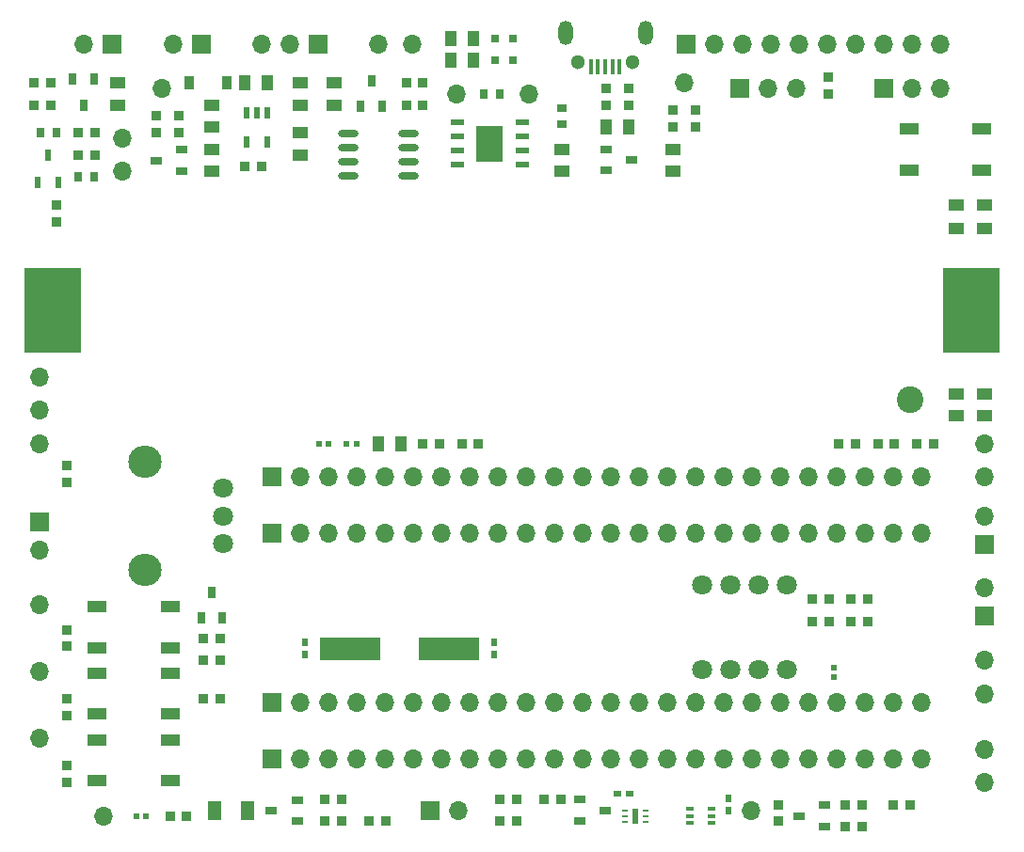
<source format=gbr>
%TF.GenerationSoftware,KiCad,Pcbnew,7.0.1-3b83917a11~172~ubuntu22.04.1*%
%TF.CreationDate,2023-04-04T04:15:17+02:00*%
%TF.ProjectId,EEE3088F_CKR,45454533-3038-4384-965f-434b522e6b69,0.2*%
%TF.SameCoordinates,Original*%
%TF.FileFunction,Soldermask,Top*%
%TF.FilePolarity,Negative*%
%FSLAX46Y46*%
G04 Gerber Fmt 4.6, Leading zero omitted, Abs format (unit mm)*
G04 Created by KiCad (PCBNEW 7.0.1-3b83917a11~172~ubuntu22.04.1) date 2023-04-04 04:15:17*
%MOMM*%
%LPD*%
G01*
G04 APERTURE LIST*
%ADD10R,1.700000X1.700000*%
%ADD11O,1.700000X1.700000*%
%ADD12R,0.540005X0.565659*%
%ADD13R,0.806477X0.864008*%
%ADD14R,1.377013X1.132537*%
%ADD15R,1.132537X1.377013*%
%ADD16R,1.399543X1.000000*%
%ADD17R,0.565659X0.540005*%
%ADD18R,0.950013X1.150013*%
%ADD19C,1.800000*%
%ADD20O,3.000000X2.900000*%
%ADD21R,0.780010X0.350013*%
%ADD22R,0.864008X0.806477*%
%ADD23R,0.800000X0.800000*%
%ADD24R,1.700000X1.000000*%
%ADD25R,1.200000X0.600000*%
%ADD26R,2.400000X3.300000*%
%ADD27R,0.800000X1.000000*%
%ADD28R,0.584989X0.280010*%
%ADD29R,0.559995X1.370003*%
%ADD30R,0.800000X0.900000*%
%ADD31R,0.540005X0.790094*%
%ADD32R,1.000000X0.800000*%
%ADD33R,1.207518X1.701016*%
%ADD34R,5.500000X2.000000*%
%ADD35C,2.400000*%
%ADD36R,5.080010X7.620015*%
%ADD37R,0.400000X1.400000*%
%ADD38C,1.300000*%
%ADD39O,1.300000X2.200000*%
%ADD40R,0.900000X0.800000*%
%ADD41R,0.790094X0.540005*%
%ADD42R,0.600000X1.000000*%
%ADD43O,1.864999X0.629997*%
%ADD44R,0.600000X1.070003*%
G04 APERTURE END LIST*
D10*
%TO.C,J3*%
X128440000Y-86820000D03*
D11*
X130980000Y-86820000D03*
X133520000Y-86820000D03*
X136060000Y-86820000D03*
X138600000Y-86820000D03*
X141140000Y-86820000D03*
X143680000Y-86820000D03*
X146220000Y-86820000D03*
X148760000Y-86820000D03*
X151300000Y-86820000D03*
X153840000Y-86820000D03*
X156380000Y-86820000D03*
X158920000Y-86820000D03*
X161460000Y-86820000D03*
X164000000Y-86820000D03*
X166540000Y-86820000D03*
X169080000Y-86820000D03*
X171620000Y-86820000D03*
X174160000Y-86820000D03*
X176700000Y-86820000D03*
X179240000Y-86820000D03*
X181780000Y-86820000D03*
X184320000Y-86820000D03*
X186860000Y-86820000D03*
X186860000Y-71580000D03*
X184320000Y-71580000D03*
X181780000Y-71580000D03*
X179240000Y-71580000D03*
X176700000Y-71580000D03*
X174160000Y-71580000D03*
X171620000Y-71580000D03*
X169080000Y-71580000D03*
X166540000Y-71580000D03*
X164000000Y-71580000D03*
X161460000Y-71580000D03*
X158920000Y-71580000D03*
X156380000Y-71580000D03*
X153840000Y-71580000D03*
X151300000Y-71580000D03*
X148760000Y-71580000D03*
X146220000Y-71580000D03*
X143680000Y-71580000D03*
X141140000Y-71580000D03*
X138600000Y-71580000D03*
X136060000Y-71580000D03*
X133520000Y-71580000D03*
X130980000Y-71580000D03*
D10*
X128440000Y-71580000D03*
%TD*%
D12*
%TO.C,R52*%
X179000000Y-84500000D03*
X179000000Y-83634366D03*
%TD*%
D13*
%TO.C,R31*%
X150420000Y-97500000D03*
X148913268Y-97500000D03*
%TD*%
%TO.C,R45*%
X122246634Y-86500000D03*
X123753366Y-86500000D03*
%TD*%
D11*
%TO.C,TP5*%
X118500000Y-31500000D03*
%TD*%
D14*
%TO.C,R39*%
X192500000Y-61000000D03*
X192500000Y-59000000D03*
%TD*%
%TO.C,R6*%
X131000000Y-33000000D03*
X131000000Y-31000000D03*
%TD*%
D11*
%TO.C,TP14*%
X107500000Y-84000000D03*
%TD*%
D13*
%TO.C,R40*%
X182006732Y-79500000D03*
X180500000Y-79500000D03*
%TD*%
D11*
%TO.C,TP13*%
X107500000Y-78000000D03*
%TD*%
D15*
%TO.C,R11*%
X144500000Y-27000000D03*
X146500000Y-27000000D03*
%TD*%
D16*
%TO.C,D5*%
X192500000Y-42000000D03*
X192500000Y-44100584D03*
%TD*%
D11*
%TO.C,TP15*%
X107500000Y-90000000D03*
%TD*%
D17*
%TO.C,R50*%
X136000000Y-63500000D03*
X135134366Y-63500000D03*
%TD*%
D14*
%TO.C,R59*%
X164500000Y-39000000D03*
X164500000Y-37000000D03*
%TD*%
D13*
%TO.C,R18*%
X110993268Y-35500000D03*
X112500000Y-35500000D03*
%TD*%
D11*
%TO.C,TP21*%
X138000000Y-27500000D03*
%TD*%
D13*
%TO.C,R48*%
X154420000Y-95500000D03*
X152913268Y-95500000D03*
%TD*%
D11*
%TO.C,TP7*%
X192500000Y-94000000D03*
%TD*%
D10*
%TO.C,J1*%
X114040000Y-27500000D03*
D11*
X111500000Y-27500000D03*
%TD*%
D18*
%TO.C,D1*%
X121000000Y-31000000D03*
X124384810Y-31000000D03*
%TD*%
D19*
%TO.C,RV1*%
X124000000Y-72500127D03*
X124000000Y-70000000D03*
X124000000Y-67500127D03*
D20*
X117000000Y-74899924D03*
X117000000Y-65100076D03*
%TD*%
D11*
%TO.C,TP1*%
X151500000Y-32000000D03*
%TD*%
D13*
%TO.C,R27*%
X133166634Y-95500000D03*
X134673366Y-95500000D03*
%TD*%
D21*
%TO.C,U6*%
X168000000Y-97649987D03*
X168000000Y-97000000D03*
X168000000Y-96350013D03*
X166020016Y-96350013D03*
X166020016Y-97000000D03*
X166020016Y-97649987D03*
%TD*%
D22*
%TO.C,R37*%
X110000000Y-94000000D03*
X110000000Y-92493268D03*
%TD*%
D10*
%TO.C,JP4*%
X192500000Y-72540000D03*
D11*
X192500000Y-70000000D03*
%TD*%
D13*
%TO.C,R46*%
X137166634Y-97500000D03*
X138673366Y-97500000D03*
%TD*%
%TO.C,R32*%
X185849987Y-96000000D03*
X184343255Y-96000000D03*
%TD*%
D23*
%TO.C,D2*%
X148500000Y-29000000D03*
X150098934Y-28993142D03*
%TD*%
D22*
%TO.C,R2*%
X158500000Y-33000000D03*
X158500000Y-31493268D03*
%TD*%
D24*
%TO.C,SW1*%
X192299975Y-38850191D03*
X185700025Y-38850216D03*
X192299975Y-35149784D03*
X185700025Y-35149809D03*
%TD*%
D25*
%TO.C,U2*%
X150908306Y-38405004D03*
X150908306Y-37135001D03*
X150908306Y-35864999D03*
X150908306Y-34594996D03*
X145091694Y-34594996D03*
X145091694Y-35864999D03*
X145091694Y-37135001D03*
X145091694Y-38405004D03*
D26*
X148000000Y-36500000D03*
%TD*%
D13*
%TO.C,R16*%
X108506732Y-31000000D03*
X107000000Y-31000000D03*
%TD*%
D11*
%TO.C,TP20*%
X192500000Y-83000000D03*
%TD*%
D13*
%TO.C,R56*%
X177000000Y-77500000D03*
X178506732Y-77500000D03*
%TD*%
D10*
%TO.C,JP3*%
X192500000Y-79040000D03*
D11*
X192500000Y-76500000D03*
%TD*%
D13*
%TO.C,R30*%
X179993268Y-96000000D03*
X181500000Y-96000000D03*
%TD*%
%TO.C,R55*%
X179413268Y-63500000D03*
X180920000Y-63500000D03*
%TD*%
%TO.C,R53*%
X145493268Y-63500000D03*
X147000000Y-63500000D03*
%TD*%
%TO.C,R43*%
X119246634Y-97000000D03*
X120753366Y-97000000D03*
%TD*%
D27*
%TO.C,Q4*%
X136406706Y-33149962D03*
X138306732Y-33149962D03*
X137356770Y-30849936D03*
%TD*%
D13*
%TO.C,R41*%
X182006732Y-77500000D03*
X180500000Y-77500000D03*
%TD*%
D22*
%TO.C,R1*%
X160500000Y-33006732D03*
X160500000Y-31500000D03*
%TD*%
D15*
%TO.C,R9*%
X146500000Y-29000000D03*
X144500000Y-29000000D03*
%TD*%
D13*
%TO.C,R34*%
X186413268Y-63500000D03*
X187920000Y-63500000D03*
%TD*%
D11*
%TO.C,TP8*%
X192500000Y-91000000D03*
%TD*%
D13*
%TO.C,R13*%
X126000000Y-38500000D03*
X127506732Y-38500000D03*
%TD*%
D11*
%TO.C,TP6*%
X107500000Y-63500000D03*
%TD*%
D14*
%TO.C,R5*%
X123000000Y-35000000D03*
X123000000Y-33000000D03*
%TD*%
D13*
%TO.C,R24*%
X123753366Y-81000000D03*
X122246634Y-81000000D03*
%TD*%
%TO.C,R19*%
X110993268Y-37500000D03*
X112500000Y-37500000D03*
%TD*%
D27*
%TO.C,Q5*%
X122049987Y-79150013D03*
X123950013Y-79150013D03*
X123000051Y-76849987D03*
%TD*%
D28*
%TO.C,U5*%
X160202524Y-96549936D03*
X160202524Y-97049809D03*
X160202524Y-97549936D03*
X162037424Y-97549936D03*
X162037424Y-97049809D03*
X162037424Y-96549936D03*
D29*
X161119974Y-97049809D03*
%TD*%
D24*
%TO.C,SW4*%
X119299975Y-93850191D03*
X112700025Y-93850216D03*
X119299975Y-90149784D03*
X112700025Y-90149809D03*
%TD*%
D13*
%TO.C,R54*%
X141993268Y-63500000D03*
X143500000Y-63500000D03*
%TD*%
D17*
%TO.C,TH1*%
X116253366Y-97000000D03*
X117119000Y-97000000D03*
%TD*%
D30*
%TO.C,C2*%
X147500000Y-32000000D03*
X148900050Y-32000000D03*
%TD*%
D11*
%TO.C,TP10*%
X171500000Y-96500000D03*
%TD*%
D22*
%TO.C,R58*%
X178500000Y-30493268D03*
X178500000Y-32000000D03*
%TD*%
D17*
%TO.C,R51*%
X132634366Y-63500000D03*
X133500000Y-63500000D03*
%TD*%
D22*
%TO.C,R4*%
X120000000Y-35506732D03*
X120000000Y-34000000D03*
%TD*%
D31*
%TO.C,C8*%
X131420000Y-81409830D03*
X131420000Y-82500000D03*
%TD*%
D11*
%TO.C,TP4*%
X115000000Y-39000000D03*
%TD*%
D15*
%TO.C,R8*%
X126000000Y-31000000D03*
X128000000Y-31000000D03*
%TD*%
D22*
%TO.C,R60*%
X164500000Y-35000000D03*
X164500000Y-33493268D03*
%TD*%
D32*
%TO.C,Q1*%
X158500000Y-37000000D03*
X158500000Y-38900026D03*
X160800026Y-37950064D03*
%TD*%
D33*
%TO.C,R28*%
X123295784Y-96500000D03*
X126253366Y-96500000D03*
%TD*%
D10*
%TO.C,JP2*%
X107500000Y-70500000D03*
D11*
X107500000Y-73040000D03*
%TD*%
D13*
%TO.C,R47*%
X180000000Y-98000000D03*
X181506732Y-98000000D03*
%TD*%
D22*
%TO.C,R36*%
X110000000Y-88000000D03*
X110000000Y-86493268D03*
%TD*%
D10*
%TO.C,J5*%
X132580000Y-27500000D03*
D11*
X130040000Y-27500000D03*
X127500000Y-27500000D03*
%TD*%
D13*
%TO.C,R25*%
X133166634Y-97500000D03*
X134673366Y-97500000D03*
%TD*%
D10*
%TO.C,JP6*%
X183420000Y-31500000D03*
D11*
X185960000Y-31500000D03*
X188500000Y-31500000D03*
%TD*%
D10*
%TO.C,J4*%
X128440000Y-91900000D03*
D11*
X130980000Y-91900000D03*
X133520000Y-91900000D03*
X136060000Y-91900000D03*
X138600000Y-91900000D03*
X141140000Y-91900000D03*
X143680000Y-91900000D03*
X146220000Y-91900000D03*
X148760000Y-91900000D03*
X151300000Y-91900000D03*
X153840000Y-91900000D03*
X156380000Y-91900000D03*
X158920000Y-91900000D03*
X161460000Y-91900000D03*
X164000000Y-91900000D03*
X166540000Y-91900000D03*
X169080000Y-91900000D03*
X171620000Y-91900000D03*
X174160000Y-91900000D03*
X176700000Y-91900000D03*
X179240000Y-91900000D03*
X181780000Y-91900000D03*
X184320000Y-91900000D03*
X186860000Y-91900000D03*
X186860000Y-66500000D03*
X184320000Y-66500000D03*
X181780000Y-66500000D03*
X179240000Y-66500000D03*
X176700000Y-66500000D03*
X174160000Y-66500000D03*
X171620000Y-66500000D03*
X169080000Y-66500000D03*
X166540000Y-66500000D03*
X164000000Y-66500000D03*
X161460000Y-66500000D03*
X158920000Y-66500000D03*
X156380000Y-66500000D03*
X153840000Y-66500000D03*
X151300000Y-66500000D03*
X148760000Y-66500000D03*
X146220000Y-66500000D03*
X143680000Y-66500000D03*
X141140000Y-66500000D03*
X138600000Y-66500000D03*
X136060000Y-66500000D03*
X133520000Y-66500000D03*
X130980000Y-66500000D03*
D10*
X128440000Y-66500000D03*
%TD*%
D11*
%TO.C,TP11*%
X192500000Y-63500000D03*
%TD*%
D24*
%TO.C,SW2*%
X119299975Y-81850191D03*
X112700025Y-81850216D03*
X119299975Y-78149784D03*
X112700025Y-78149809D03*
%TD*%
D13*
%TO.C,R57*%
X177000000Y-79500000D03*
X178506732Y-79500000D03*
%TD*%
D23*
%TO.C,D3*%
X148500000Y-27000000D03*
X150098934Y-26993142D03*
%TD*%
D31*
%TO.C,C7*%
X148420000Y-81409830D03*
X148420000Y-82500000D03*
%TD*%
D13*
%TO.C,R33*%
X182913268Y-63500000D03*
X184420000Y-63500000D03*
%TD*%
D15*
%TO.C,R3*%
X158500000Y-35000000D03*
X160500000Y-35000000D03*
%TD*%
D22*
%TO.C,R23*%
X109000000Y-43506732D03*
X109000000Y-42000000D03*
%TD*%
D14*
%TO.C,R38*%
X190000000Y-61000000D03*
X190000000Y-59000000D03*
%TD*%
D32*
%TO.C,Q6*%
X130673366Y-97500000D03*
X130673366Y-95599974D03*
X128373340Y-96549936D03*
%TD*%
D30*
%TO.C,C4*%
X111000000Y-39500000D03*
X112400050Y-39500000D03*
%TD*%
D14*
%TO.C,R7*%
X131000000Y-37500000D03*
X131000000Y-35500000D03*
%TD*%
D34*
%TO.C,Y1*%
X144320178Y-82000000D03*
X135420000Y-82000000D03*
%TD*%
D11*
%TO.C,TP22*%
X141000000Y-27500000D03*
%TD*%
%TO.C,TP16*%
X107500000Y-60500000D03*
%TD*%
D35*
%TO.C,u3*%
X185839980Y-59500000D03*
D36*
X108686817Y-51500000D03*
X191313183Y-51500000D03*
%TD*%
D13*
%TO.C,R21*%
X140500000Y-33000000D03*
X142006732Y-33000000D03*
%TD*%
D32*
%TO.C,Q8*%
X178150013Y-97950064D03*
X178150013Y-96050038D03*
X175849987Y-97000000D03*
%TD*%
D31*
%TO.C,C6*%
X169500000Y-96500000D03*
X169500000Y-95409830D03*
%TD*%
D32*
%TO.C,Q7*%
X156119974Y-95549936D03*
X156119974Y-97449962D03*
X158420000Y-96500000D03*
%TD*%
D14*
%TO.C,R12*%
X123000000Y-39000000D03*
X123000000Y-37000000D03*
%TD*%
D24*
%TO.C,SW3*%
X119299975Y-87850191D03*
X112700025Y-87850216D03*
X119299975Y-84149784D03*
X112700025Y-84149809D03*
%TD*%
D13*
%TO.C,R15*%
X108506732Y-33000000D03*
X107000000Y-33000000D03*
%TD*%
D15*
%TO.C,R49*%
X140000000Y-63500000D03*
X138000000Y-63500000D03*
%TD*%
D37*
%TO.C,U8*%
X159700026Y-29542672D03*
X159050038Y-29542672D03*
X158400051Y-29542672D03*
X157750064Y-29542672D03*
X157100076Y-29542672D03*
D38*
X155975108Y-29170053D03*
D39*
X154800102Y-26500000D03*
X162000000Y-26500000D03*
D38*
X160824994Y-29170053D03*
%TD*%
D40*
%TO.C,C1*%
X154500000Y-33299975D03*
X154500000Y-34700025D03*
%TD*%
D11*
%TO.C,TP19*%
X192500000Y-86000000D03*
%TD*%
D41*
%TO.C,C5*%
X159500000Y-95049936D03*
X160590170Y-95049936D03*
%TD*%
D13*
%TO.C,R26*%
X123753366Y-83000000D03*
X122246634Y-83000000D03*
%TD*%
D42*
%TO.C,U1*%
X128000000Y-33749936D03*
X127050038Y-33749936D03*
X126100076Y-33749936D03*
X126100076Y-36350140D03*
X128000000Y-36350140D03*
%TD*%
D11*
%TO.C,TP3*%
X145000000Y-32000000D03*
%TD*%
D27*
%TO.C,Q3*%
X112406758Y-30699974D03*
X110506732Y-30699974D03*
X111456694Y-33000000D03*
%TD*%
D14*
%TO.C,R14*%
X154500000Y-37000000D03*
X154500000Y-39000000D03*
%TD*%
D43*
%TO.C,U9*%
X135317501Y-35594996D03*
X135317501Y-36864999D03*
X135317501Y-38135001D03*
X135317501Y-39405004D03*
X140682499Y-39405004D03*
X140682499Y-38135001D03*
X140682499Y-36864999D03*
X140682499Y-35594996D03*
%TD*%
D10*
%TO.C,J2*%
X122040000Y-27500000D03*
D11*
X119500000Y-27500000D03*
%TD*%
D30*
%TO.C,C3*%
X109000000Y-35500000D03*
X107599950Y-35500000D03*
%TD*%
D22*
%TO.C,R35*%
X110000000Y-81753366D03*
X110000000Y-80246634D03*
%TD*%
D10*
%TO.C,J6*%
X165640000Y-27500000D03*
D11*
X168180000Y-27500000D03*
X170720000Y-27500000D03*
X173260000Y-27500000D03*
X175800000Y-27500000D03*
X178340000Y-27500000D03*
X180880000Y-27500000D03*
X183420000Y-27500000D03*
X185960000Y-27500000D03*
X188500000Y-27500000D03*
%TD*%
%TO.C,TP18*%
X165500000Y-31000000D03*
%TD*%
D10*
%TO.C,JP5*%
X170460000Y-31500000D03*
D11*
X173000000Y-31500000D03*
X175540000Y-31500000D03*
%TD*%
D13*
%TO.C,R29*%
X150420000Y-95500000D03*
X148913268Y-95500000D03*
%TD*%
%TO.C,R20*%
X140500000Y-31000000D03*
X142006732Y-31000000D03*
%TD*%
D11*
%TO.C,TP17*%
X107500000Y-57500000D03*
%TD*%
D22*
%TO.C,R44*%
X110000000Y-65493268D03*
X110000000Y-67000000D03*
%TD*%
D16*
%TO.C,D4*%
X190000000Y-42000000D03*
X190000000Y-44100584D03*
%TD*%
D19*
%TO.C,U7*%
X167109992Y-83810008D03*
X169649997Y-83810008D03*
X172190003Y-83810008D03*
X174730008Y-83810008D03*
X174730008Y-76189992D03*
X172190003Y-76189992D03*
X169649997Y-76189992D03*
X167109992Y-76189992D03*
%TD*%
D10*
%TO.C,JP1*%
X142633366Y-96500000D03*
D11*
X145173366Y-96500000D03*
%TD*%
D22*
%TO.C,R10*%
X118000000Y-34000000D03*
X118000000Y-35506732D03*
%TD*%
D14*
%TO.C,R17*%
X114506732Y-33000000D03*
X114506732Y-31000000D03*
%TD*%
D32*
%TO.C,Q2*%
X120300026Y-38950064D03*
X120300026Y-37050038D03*
X118000000Y-38000000D03*
%TD*%
D14*
%TO.C,R22*%
X134006732Y-33000000D03*
X134006732Y-31000000D03*
%TD*%
D22*
%TO.C,R61*%
X166500000Y-35000000D03*
X166500000Y-33493268D03*
%TD*%
D11*
%TO.C,TP2*%
X115000000Y-36000000D03*
%TD*%
D44*
%TO.C,U4*%
X107314961Y-40000000D03*
X109214885Y-40000000D03*
X108264923Y-37529846D03*
%TD*%
D11*
%TO.C,TP12*%
X192500000Y-66500000D03*
%TD*%
%TO.C,TP9*%
X113253366Y-97000000D03*
%TD*%
D22*
%TO.C,R42*%
X174000000Y-97500000D03*
X174000000Y-95993268D03*
%TD*%
M02*

</source>
